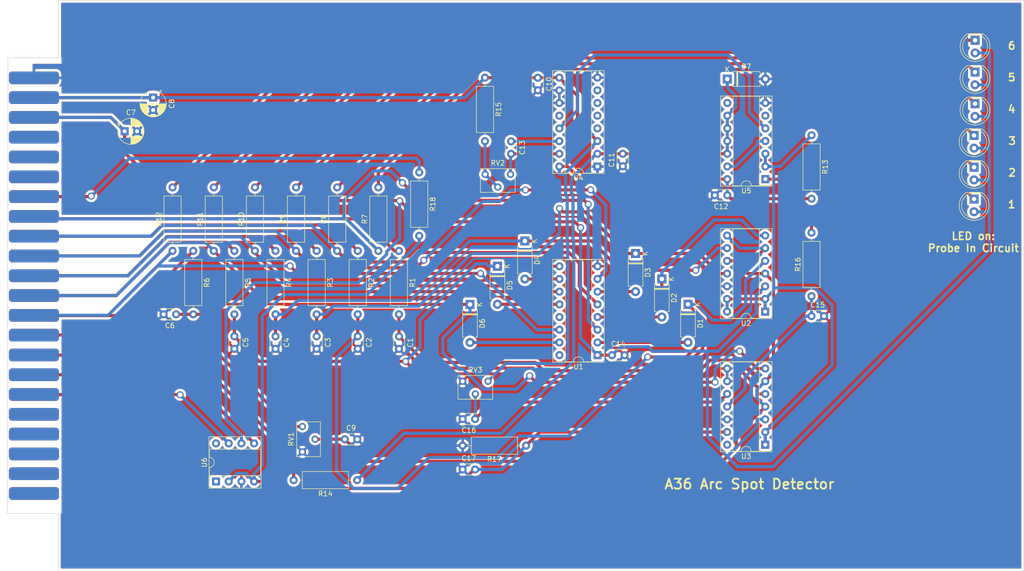
<source format=kicad_pcb>
(kicad_pcb
	(version 20241229)
	(generator "pcbnew")
	(generator_version "9.0")
	(general
		(thickness 1.6)
		(legacy_teardrops no)
	)
	(paper "A4")
	(layers
		(0 "F.Cu" signal)
		(2 "B.Cu" signal)
		(9 "F.Adhes" user "F.Adhesive")
		(11 "B.Adhes" user "B.Adhesive")
		(13 "F.Paste" user)
		(15 "B.Paste" user)
		(5 "F.SilkS" user "F.Silkscreen")
		(7 "B.SilkS" user "B.Silkscreen")
		(1 "F.Mask" user)
		(3 "B.Mask" user)
		(17 "Dwgs.User" user "User.Drawings")
		(19 "Cmts.User" user "User.Comments")
		(21 "Eco1.User" user "User.Eco1")
		(23 "Eco2.User" user "User.Eco2")
		(25 "Edge.Cuts" user)
		(27 "Margin" user)
		(31 "F.CrtYd" user "F.Courtyard")
		(29 "B.CrtYd" user "B.Courtyard")
		(35 "F.Fab" user)
		(33 "B.Fab" user)
		(39 "User.1" user)
		(41 "User.2" user)
		(43 "User.3" user)
		(45 "User.4" user)
		(47 "User.5" user)
		(49 "User.6" user)
		(51 "User.7" user)
		(53 "User.8" user)
		(55 "User.9" user)
	)
	(setup
		(pad_to_mask_clearance 0)
		(allow_soldermask_bridges_in_footprints no)
		(tenting front back)
		(pcbplotparams
			(layerselection 0x00000000_00000000_55555555_57555555)
			(plot_on_all_layers_selection 0x00000000_00000000_00000000_00000000)
			(disableapertmacros no)
			(usegerberextensions no)
			(usegerberattributes yes)
			(usegerberadvancedattributes yes)
			(creategerberjobfile yes)
			(dashed_line_dash_ratio 12.000000)
			(dashed_line_gap_ratio 3.000000)
			(svgprecision 4)
			(plotframeref no)
			(mode 1)
			(useauxorigin no)
			(hpglpennumber 1)
			(hpglpenspeed 20)
			(hpglpendiameter 15.000000)
			(pdf_front_fp_property_popups yes)
			(pdf_back_fp_property_popups yes)
			(pdf_metadata yes)
			(pdf_single_document no)
			(dxfpolygonmode yes)
			(dxfimperialunits yes)
			(dxfusepcbnewfont yes)
			(psnegative no)
			(psa4output no)
			(plot_black_and_white yes)
			(sketchpadsonfab no)
			(plotpadnumbers no)
			(hidednponfab no)
			(sketchdnponfab yes)
			(crossoutdnponfab yes)
			(subtractmaskfromsilk no)
			(outputformat 1)
			(mirror no)
			(drillshape 0)
			(scaleselection 1)
			(outputdirectory "Gerbers/")
		)
	)
	(net 0 "")
	(net 1 "Net-(D2-K)")
	(net 2 "GND")
	(net 3 "Net-(D3-K)")
	(net 4 "+12V")
	(net 5 "+5V")
	(net 6 "unconnected-(J1-Pin_6-Pad6)")
	(net 7 "Net-(D4-K)")
	(net 8 "Net-(D5-K)")
	(net 9 "Net-(D6-K)")
	(net 10 "Net-(D7-K)")
	(net 11 "Net-(U2A--)")
	(net 12 "Net-(D1-K)")
	(net 13 "Net-(U4A-Cext)")
	(net 14 "Net-(U4A-RCext)")
	(net 15 "Net-(U3C-+)")
	(net 16 "Net-(U3C--)")
	(net 17 "Net-(U6-IN_A)")
	(net 18 "unconnected-(J1-Pin_18-Pad18)")
	(net 19 "unconnected-(J1-Pin_19-Pad19)")
	(net 20 "unconnected-(J1-Pin_20-Pad20)")
	(net 21 "unconnected-(J1-Pin_21-Pad21)")
	(net 22 "unconnected-(J1-Pin_22-Pad22)")
	(net 23 "unconnected-(J1-Pin_F-PadF)")
	(net 24 "unconnected-(J1-Pin_H-PadH)")
	(net 25 "unconnected-(J1-Pin_4-Pad4)")
	(net 26 "unconnected-(J1-Pin_5-Pad5)")
	(net 27 "remote mode")
	(net 28 "Lang1")
	(net 29 "Lang2")
	(net 30 "Lang3")
	(net 31 "unconnected-(J1-Pin_R-PadR)")
	(net 32 "unconnected-(J1-Pin_S-PadS)")
	(net 33 "unconnected-(J1-Pin_T-PadT)")
	(net 34 "unconnected-(J1-Pin_U-PadU)")
	(net 35 "unconnected-(J1-Pin_V-PadV)")
	(net 36 "unconnected-(J1-Pin_W-PadW)")
	(net 37 "unconnected-(J1-Pin_X-PadX)")
	(net 38 "unconnected-(J1-Pin_Y-PadY)")
	(net 39 "unconnected-(J1-Pin_Z-PadZ)")
	(net 40 "Lang4")
	(net 41 "Lang5")
	(net 42 "Lang6")
	(net 43 "ARC Current CMD")
	(net 44 "ARC pulse CMD")
	(net 45 "ARC spot")
	(net 46 "spare out")
	(net 47 "unconnected-(J1-Pin_D-PadD)")
	(net 48 "unconnected-(J1-Pin_E-PadE)")
	(net 49 "Lang1 bypass")
	(net 50 "Lang2 bypass")
	(net 51 "Lang3 bypass")
	(net 52 "Lang4 bypass")
	(net 53 "Lang5 bypass")
	(net 54 "Lang6 bypass")
	(net 55 "Net-(R13-Pad1)")
	(net 56 "Net-(R16-Pad2)")
	(net 57 "unconnected-(U3-Pad14)")
	(net 58 "unconnected-(U4A-~{Q}-Pad4)")
	(net 59 "unconnected-(U4B-Q-Pad5)")
	(net 60 "unconnected-(U4B-Cext-Pad6)")
	(net 61 "unconnected-(U4B-RCext-Pad7)")
	(net 62 "unconnected-(U4B-~{Q}-Pad12)")
	(net 63 "Net-(U4A-Q)")
	(net 64 "Net-(U5-Pad13)")
	(net 65 "unconnected-(U6-NC-Pad1)")
	(net 66 "unconnected-(U6-NC-Pad8)")
	(net 67 "Net-(D1-A)")
	(net 68 "Net-(D2-A)")
	(net 69 "Net-(D3-A)")
	(net 70 "Net-(D4-A)")
	(net 71 "Net-(D5-A)")
	(net 72 "Net-(D6-A)")
	(net 73 "Net-(R15-Pad2)")
	(net 74 "Net-(LED1-Pad1)")
	(net 75 "Net-(LED2-Pad1)")
	(net 76 "Net-(LED3-Pad1)")
	(net 77 "Net-(LED4-Pad1)")
	(net 78 "Net-(LED5-Pad1)")
	(net 79 "Net-(LED6-Pad1)")
	(footprint "Resistor_THT:R_Axial_DIN0309_L9.0mm_D3.2mm_P12.70mm_Horizontal" (layer "F.Cu") (at 116.586 83.1596 -90))
	(footprint "Resistor_THT:R_Axial_DIN0309_L9.0mm_D3.2mm_P12.70mm_Horizontal" (layer "F.Cu") (at 104.2416 83.1596 90))
	(footprint "Resistor_THT:R_Axial_DIN0309_L9.0mm_D3.2mm_P12.70mm_Horizontal" (layer "F.Cu") (at 83.6676 83.1596 -90))
	(footprint "Capacitor_THT:C_Disc_D3.0mm_W2.0mm_P2.50mm" (layer "F.Cu") (at 137.561 126.8984))
	(footprint "Package_DIP:DIP-16_W7.62mm_Socket" (layer "F.Cu") (at 164.5312 66.2786 180))
	(footprint "Package_DIP:DIP-8_W7.62mm_Socket" (layer "F.Cu") (at 88.2242 129.3014 90))
	(footprint "Resistor_THT:R_Axial_DIN0309_L9.0mm_D3.2mm_P12.70mm_Horizontal" (layer "F.Cu") (at 112.4712 83.1596 90))
	(footprint "Capacitor_THT:C_Disc_D3.0mm_W2.0mm_P2.50mm" (layer "F.Cu") (at 113.9898 120.8532))
	(footprint "Package_DIP:DIP-16_W7.62mm_Socket" (layer "F.Cu") (at 164.5566 104.023 180))
	(footprint "Capacitor_THT:C_Disc_D3.0mm_W2.0mm_P2.50mm" (layer "F.Cu") (at 147.25 61.25 -90))
	(footprint "Capacitor_THT:C_Disc_D3.0mm_W2.0mm_P2.50mm" (layer "F.Cu") (at 91.8972 100.2538 -90))
	(footprint "Resistor_THT:R_Axial_DIN0309_L9.0mm_D3.2mm_P12.70mm_Horizontal" (layer "F.Cu") (at 108.3564 83.1596 -90))
	(footprint "Capacitor_THT:C_Disc_D3.0mm_W2.0mm_P2.50mm" (layer "F.Cu") (at 207.3602 96.2152))
	(footprint "LED_THT:LED_D5.0mm" (layer "F.Cu") (at 239.8903 60.071 -90))
	(footprint "Resistor_THT:R_Axial_DIN0309_L9.0mm_D3.2mm_P12.70mm_Horizontal" (layer "F.Cu") (at 150.2664 122.1232 180))
	(footprint "Potentiometer_THT:Potentiometer_Bourns_3266W_Vertical" (layer "F.Cu") (at 147.1422 67.8534))
	(footprint "Resistor_THT:R_Axial_DIN0309_L9.0mm_D3.2mm_P12.70mm_Horizontal" (layer "F.Cu") (at 96.012 83.1596 90))
	(footprint "Capacitor_THT:C_Disc_D3.0mm_W2.0mm_P2.50mm" (layer "F.Cu") (at 116.5806 100.2538 -90))
	(footprint "ExtenderLibrary:44_Pin_Extender" (layer "F.Cu") (at 47.8306 44.5828 -90))
	(footprint "Resistor_THT:R_Axial_DIN0309_L9.0mm_D3.2mm_P12.70mm_Horizontal" (layer "F.Cu") (at 124.8156 83.1596 -90))
	(footprint "Resistor_THT:R_Axial_DIN0309_L9.0mm_D3.2mm_P12.70mm_Horizontal" (layer "F.Cu") (at 87.7824 83.1596 90))
	(footprint "Capacitor_THT:CP_Radial_D5.0mm_P2.50mm" (layer "F.Cu") (at 69.940288 59.2328))
	(footprint "Diode_THT:D_A-405_P7.62mm_Horizontal" (layer "F.Cu") (at 177.419 88.773 -90))
	(footprint "Capacitor_THT:C_Disc_D3.0mm_W2.0mm_P2.50mm" (layer "F.Cu") (at 108.3564 100.2538 -90))
	(footprint "Package_DIP:DIP-14_W7.62mm_Socket" (layer "F.Cu") (at 198.1354 68.8136 180))
	(footprint "Diode_THT:D_A-405_P7.62mm_Horizontal" (layer "F.Cu") (at 139.0396 93.8784 -90))
	(footprint "Capacitor_THT:C_Disc_D3.0mm_W2.0mm_P2.50mm" (layer "F.Cu") (at 140.061 116.8146 180))
	(footprint "Resistor_THT:R_Axial_DIN0309_L9.0mm_D3.2mm_P12.70mm_Horizontal"
		(layer "F.Cu")
		(uuid "655a071d-17fa-49c8-9518-aaf4584175ea")
		(at 207.381 60.0252 -90)
		(descr "Resistor, Axial_DIN0309 series, Axial, Horizontal, pin pitch=12.7mm, 0.5W = 1/2W, length*diameter=9*3.2mm^2, http://cdn-reichelt.de/documents/datenblatt/B400/1_4W%23YAG.pdf")
		(tags "Resistor Axial_DIN0309 series Axial Horizontal pin pitch 12.7mm 0.5W = 1/2W length 9mm diameter 3.2mm")
		(property "Reference" "R13"
			(at 6.35 -2.72 90)
			(layer "F.SilkS")
			(uuid "52561288-a12e-426e-906f-156c62a2301b")
			(effects
				(font
					(size 1 1)
					(thickness 0.15)
				)
			)
		)
		(property "Value" "1.5k"
			(at 6.35 2.72 90)
			(layer "F.Fab")
			(uuid "33ed515b-7a79-4793-9177-636b7cfa8594")
			(effects
				(font
					(size 1 1)
					(thickness 0.15)
				)
			)
		)
		(property "Datasheet" "~"
			(at 0 0 270)
			(layer "F.Fab")
			(hide yes)
			(uuid "5d5ceff8-acb7-4629-a5a8-cdff408c4e8d")
			(effects
				(font
					(size 1.27 1.27)
					(thickness 0.15)
				)
			)
		)
		(property "Description" ""
			(at 0 0 270)
			(layer "F.Fab")
			(hide yes)
			(uuid "50999d30-f953-478d-b192-8dae2a5f1021")
			(effects
				(font
					(size 1.27 1.27)
					(thickness 0.15)
				)
			)
		)
		(property "A1 A90 Tap Control Interface" ""
			(at 
... [907955 chars truncated]
</source>
